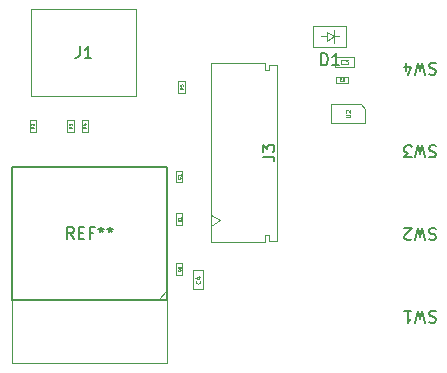
<source format=gbr>
G04 #@! TF.GenerationSoftware,KiCad,Pcbnew,(6.0.10-0)*
G04 #@! TF.CreationDate,2022-12-22T21:19:15-05:00*
G04 #@! TF.ProjectId,rev2,72657632-2e6b-4696-9361-645f70636258,rev?*
G04 #@! TF.SameCoordinates,Original*
G04 #@! TF.FileFunction,AssemblyDrawing,Top*
%FSLAX46Y46*%
G04 Gerber Fmt 4.6, Leading zero omitted, Abs format (unit mm)*
G04 Created by KiCad (PCBNEW (6.0.10-0)) date 2022-12-22 21:19:15*
%MOMM*%
%LPD*%
G01*
G04 APERTURE LIST*
%ADD10C,0.150000*%
%ADD11C,0.040000*%
%ADD12C,0.060000*%
%ADD13C,0.100000*%
%ADD14C,0.120000*%
G04 APERTURE END LIST*
D10*
X221333333Y-51095238D02*
X221190476Y-51047619D01*
X220952380Y-51047619D01*
X220857142Y-51095238D01*
X220809523Y-51142857D01*
X220761904Y-51238095D01*
X220761904Y-51333333D01*
X220809523Y-51428571D01*
X220857142Y-51476190D01*
X220952380Y-51523809D01*
X221142857Y-51571428D01*
X221238095Y-51619047D01*
X221285714Y-51666666D01*
X221333333Y-51761904D01*
X221333333Y-51857142D01*
X221285714Y-51952380D01*
X221238095Y-52000000D01*
X221142857Y-52047619D01*
X220904761Y-52047619D01*
X220761904Y-52000000D01*
X220428571Y-52047619D02*
X220190476Y-51047619D01*
X220000000Y-51761904D01*
X219809523Y-51047619D01*
X219571428Y-52047619D01*
X219285714Y-52047619D02*
X218666666Y-52047619D01*
X219000000Y-51666666D01*
X218857142Y-51666666D01*
X218761904Y-51619047D01*
X218714285Y-51571428D01*
X218666666Y-51476190D01*
X218666666Y-51238095D01*
X218714285Y-51142857D01*
X218761904Y-51095238D01*
X218857142Y-51047619D01*
X219142857Y-51047619D01*
X219238095Y-51095238D01*
X219285714Y-51142857D01*
D11*
X199717619Y-57333333D02*
X199593809Y-57420000D01*
X199717619Y-57481904D02*
X199457619Y-57481904D01*
X199457619Y-57382857D01*
X199470000Y-57358095D01*
X199482380Y-57345714D01*
X199507142Y-57333333D01*
X199544285Y-57333333D01*
X199569047Y-57345714D01*
X199581428Y-57358095D01*
X199593809Y-57382857D01*
X199593809Y-57481904D01*
X199717619Y-57085714D02*
X199717619Y-57234285D01*
X199717619Y-57160000D02*
X199457619Y-57160000D01*
X199494761Y-57184761D01*
X199519523Y-57209523D01*
X199531904Y-57234285D01*
D10*
X190666666Y-58952380D02*
X190333333Y-58476190D01*
X190095238Y-58952380D02*
X190095238Y-57952380D01*
X190476190Y-57952380D01*
X190571428Y-58000000D01*
X190619047Y-58047619D01*
X190666666Y-58142857D01*
X190666666Y-58285714D01*
X190619047Y-58380952D01*
X190571428Y-58428571D01*
X190476190Y-58476190D01*
X190095238Y-58476190D01*
X191095238Y-58428571D02*
X191428571Y-58428571D01*
X191571428Y-58952380D02*
X191095238Y-58952380D01*
X191095238Y-57952380D01*
X191571428Y-57952380D01*
X192333333Y-58428571D02*
X192000000Y-58428571D01*
X192000000Y-58952380D02*
X192000000Y-57952380D01*
X192476190Y-57952380D01*
X193000000Y-57952380D02*
X193000000Y-58190476D01*
X192761904Y-58095238D02*
X193000000Y-58190476D01*
X193238095Y-58095238D01*
X192857142Y-58380952D02*
X193000000Y-58190476D01*
X193142857Y-58380952D01*
X193761904Y-57952380D02*
X193761904Y-58190476D01*
X193523809Y-58095238D02*
X193761904Y-58190476D01*
X194000000Y-58095238D01*
X193619047Y-58380952D02*
X193761904Y-58190476D01*
X193904761Y-58380952D01*
D11*
X190517619Y-49443333D02*
X190393809Y-49530000D01*
X190517619Y-49591904D02*
X190257619Y-49591904D01*
X190257619Y-49492857D01*
X190270000Y-49468095D01*
X190282380Y-49455714D01*
X190307142Y-49443333D01*
X190344285Y-49443333D01*
X190369047Y-49455714D01*
X190381428Y-49468095D01*
X190393809Y-49492857D01*
X190393809Y-49591904D01*
X190257619Y-49356666D02*
X190257619Y-49195714D01*
X190356666Y-49282380D01*
X190356666Y-49245238D01*
X190369047Y-49220476D01*
X190381428Y-49208095D01*
X190406190Y-49195714D01*
X190468095Y-49195714D01*
X190492857Y-49208095D01*
X190505238Y-49220476D01*
X190517619Y-49245238D01*
X190517619Y-49319523D01*
X190505238Y-49344285D01*
X190492857Y-49356666D01*
D10*
X221333333Y-65095238D02*
X221190476Y-65047619D01*
X220952380Y-65047619D01*
X220857142Y-65095238D01*
X220809523Y-65142857D01*
X220761904Y-65238095D01*
X220761904Y-65333333D01*
X220809523Y-65428571D01*
X220857142Y-65476190D01*
X220952380Y-65523809D01*
X221142857Y-65571428D01*
X221238095Y-65619047D01*
X221285714Y-65666666D01*
X221333333Y-65761904D01*
X221333333Y-65857142D01*
X221285714Y-65952380D01*
X221238095Y-66000000D01*
X221142857Y-66047619D01*
X220904761Y-66047619D01*
X220761904Y-66000000D01*
X220428571Y-66047619D02*
X220190476Y-65047619D01*
X220000000Y-65761904D01*
X219809523Y-65047619D01*
X219571428Y-66047619D01*
X218666666Y-65047619D02*
X219238095Y-65047619D01*
X218952380Y-65047619D02*
X218952380Y-66047619D01*
X219047619Y-65904761D01*
X219142857Y-65809523D01*
X219238095Y-65761904D01*
D12*
X201342857Y-62491666D02*
X201361904Y-62510714D01*
X201380952Y-62567857D01*
X201380952Y-62605952D01*
X201361904Y-62663095D01*
X201323809Y-62701190D01*
X201285714Y-62720238D01*
X201209523Y-62739285D01*
X201152380Y-62739285D01*
X201076190Y-62720238D01*
X201038095Y-62701190D01*
X201000000Y-62663095D01*
X200980952Y-62605952D01*
X200980952Y-62567857D01*
X201000000Y-62510714D01*
X201019047Y-62491666D01*
X201114285Y-62148809D02*
X201380952Y-62148809D01*
X200961904Y-62244047D02*
X201247619Y-62339285D01*
X201247619Y-62091666D01*
D11*
X199689285Y-53721666D02*
X199701190Y-53733571D01*
X199713095Y-53769285D01*
X199713095Y-53793095D01*
X199701190Y-53828809D01*
X199677380Y-53852619D01*
X199653571Y-53864523D01*
X199605952Y-53876428D01*
X199570238Y-53876428D01*
X199522619Y-53864523D01*
X199498809Y-53852619D01*
X199475000Y-53828809D01*
X199463095Y-53793095D01*
X199463095Y-53769285D01*
X199475000Y-53733571D01*
X199486904Y-53721666D01*
X199713095Y-53483571D02*
X199713095Y-53626428D01*
X199713095Y-53555000D02*
X199463095Y-53555000D01*
X199498809Y-53578809D01*
X199522619Y-53602619D01*
X199534523Y-53626428D01*
D10*
X211611904Y-44252380D02*
X211611904Y-43252380D01*
X211850000Y-43252380D01*
X211992857Y-43300000D01*
X212088095Y-43395238D01*
X212135714Y-43490476D01*
X212183333Y-43680952D01*
X212183333Y-43823809D01*
X212135714Y-44014285D01*
X212088095Y-44109523D01*
X211992857Y-44204761D01*
X211850000Y-44252380D01*
X211611904Y-44252380D01*
X213135714Y-44252380D02*
X212564285Y-44252380D01*
X212850000Y-44252380D02*
X212850000Y-43252380D01*
X212754761Y-43395238D01*
X212659523Y-43490476D01*
X212564285Y-43538095D01*
X206652380Y-51983333D02*
X207366666Y-51983333D01*
X207509523Y-52030952D01*
X207604761Y-52126190D01*
X207652380Y-52269047D01*
X207652380Y-52364285D01*
X206652380Y-51602380D02*
X206652380Y-50983333D01*
X207033333Y-51316666D01*
X207033333Y-51173809D01*
X207080952Y-51078571D01*
X207128571Y-51030952D01*
X207223809Y-50983333D01*
X207461904Y-50983333D01*
X207557142Y-51030952D01*
X207604761Y-51078571D01*
X207652380Y-51173809D01*
X207652380Y-51459523D01*
X207604761Y-51554761D01*
X207557142Y-51602380D01*
D11*
X199917619Y-46133333D02*
X199793809Y-46220000D01*
X199917619Y-46281904D02*
X199657619Y-46281904D01*
X199657619Y-46182857D01*
X199670000Y-46158095D01*
X199682380Y-46145714D01*
X199707142Y-46133333D01*
X199744285Y-46133333D01*
X199769047Y-46145714D01*
X199781428Y-46158095D01*
X199793809Y-46182857D01*
X199793809Y-46281904D01*
X199657619Y-45898095D02*
X199657619Y-46021904D01*
X199781428Y-46034285D01*
X199769047Y-46021904D01*
X199756666Y-45997142D01*
X199756666Y-45935238D01*
X199769047Y-45910476D01*
X199781428Y-45898095D01*
X199806190Y-45885714D01*
X199868095Y-45885714D01*
X199892857Y-45898095D01*
X199905238Y-45910476D01*
X199917619Y-45935238D01*
X199917619Y-45997142D01*
X199905238Y-46021904D01*
X199892857Y-46034285D01*
X199689285Y-61561666D02*
X199701190Y-61573571D01*
X199713095Y-61609285D01*
X199713095Y-61633095D01*
X199701190Y-61668809D01*
X199677380Y-61692619D01*
X199653571Y-61704523D01*
X199605952Y-61716428D01*
X199570238Y-61716428D01*
X199522619Y-61704523D01*
X199498809Y-61692619D01*
X199475000Y-61668809D01*
X199463095Y-61633095D01*
X199463095Y-61609285D01*
X199475000Y-61573571D01*
X199486904Y-61561666D01*
X199463095Y-61335476D02*
X199463095Y-61454523D01*
X199582142Y-61466428D01*
X199570238Y-61454523D01*
X199558333Y-61430714D01*
X199558333Y-61371190D01*
X199570238Y-61347380D01*
X199582142Y-61335476D01*
X199605952Y-61323571D01*
X199665476Y-61323571D01*
X199689285Y-61335476D01*
X199701190Y-61347380D01*
X199713095Y-61371190D01*
X199713095Y-61430714D01*
X199701190Y-61454523D01*
X199689285Y-61466428D01*
X213328333Y-45589285D02*
X213316428Y-45601190D01*
X213280714Y-45613095D01*
X213256904Y-45613095D01*
X213221190Y-45601190D01*
X213197380Y-45577380D01*
X213185476Y-45553571D01*
X213173571Y-45505952D01*
X213173571Y-45470238D01*
X213185476Y-45422619D01*
X213197380Y-45398809D01*
X213221190Y-45375000D01*
X213256904Y-45363095D01*
X213280714Y-45363095D01*
X213316428Y-45375000D01*
X213328333Y-45386904D01*
X213423571Y-45386904D02*
X213435476Y-45375000D01*
X213459285Y-45363095D01*
X213518809Y-45363095D01*
X213542619Y-45375000D01*
X213554523Y-45386904D01*
X213566428Y-45410714D01*
X213566428Y-45434523D01*
X213554523Y-45470238D01*
X213411666Y-45613095D01*
X213566428Y-45613095D01*
X187317619Y-49443333D02*
X187193809Y-49530000D01*
X187317619Y-49591904D02*
X187057619Y-49591904D01*
X187057619Y-49492857D01*
X187070000Y-49468095D01*
X187082380Y-49455714D01*
X187107142Y-49443333D01*
X187144285Y-49443333D01*
X187169047Y-49455714D01*
X187181428Y-49468095D01*
X187193809Y-49492857D01*
X187193809Y-49591904D01*
X187082380Y-49344285D02*
X187070000Y-49331904D01*
X187057619Y-49307142D01*
X187057619Y-49245238D01*
X187070000Y-49220476D01*
X187082380Y-49208095D01*
X187107142Y-49195714D01*
X187131904Y-49195714D01*
X187169047Y-49208095D01*
X187317619Y-49356666D01*
X187317619Y-49195714D01*
D10*
X221333333Y-44095238D02*
X221190476Y-44047619D01*
X220952380Y-44047619D01*
X220857142Y-44095238D01*
X220809523Y-44142857D01*
X220761904Y-44238095D01*
X220761904Y-44333333D01*
X220809523Y-44428571D01*
X220857142Y-44476190D01*
X220952380Y-44523809D01*
X221142857Y-44571428D01*
X221238095Y-44619047D01*
X221285714Y-44666666D01*
X221333333Y-44761904D01*
X221333333Y-44857142D01*
X221285714Y-44952380D01*
X221238095Y-45000000D01*
X221142857Y-45047619D01*
X220904761Y-45047619D01*
X220761904Y-45000000D01*
X220428571Y-45047619D02*
X220190476Y-44047619D01*
X220000000Y-44761904D01*
X219809523Y-44047619D01*
X219571428Y-45047619D01*
X218761904Y-44714285D02*
X218761904Y-44047619D01*
X219000000Y-45095238D02*
X219238095Y-44380952D01*
X218619047Y-44380952D01*
D12*
X213680952Y-48667261D02*
X214004761Y-48667261D01*
X214042857Y-48648214D01*
X214061904Y-48629166D01*
X214080952Y-48591071D01*
X214080952Y-48514880D01*
X214061904Y-48476785D01*
X214042857Y-48457738D01*
X214004761Y-48438690D01*
X213680952Y-48438690D01*
X213719047Y-48267261D02*
X213700000Y-48248214D01*
X213680952Y-48210119D01*
X213680952Y-48114880D01*
X213700000Y-48076785D01*
X213719047Y-48057738D01*
X213757142Y-48038690D01*
X213795238Y-48038690D01*
X213852380Y-48057738D01*
X214080952Y-48286309D01*
X214080952Y-48038690D01*
D11*
X191717619Y-49443333D02*
X191593809Y-49530000D01*
X191717619Y-49591904D02*
X191457619Y-49591904D01*
X191457619Y-49492857D01*
X191470000Y-49468095D01*
X191482380Y-49455714D01*
X191507142Y-49443333D01*
X191544285Y-49443333D01*
X191569047Y-49455714D01*
X191581428Y-49468095D01*
X191593809Y-49492857D01*
X191593809Y-49591904D01*
X191544285Y-49220476D02*
X191717619Y-49220476D01*
X191445238Y-49282380D02*
X191630952Y-49344285D01*
X191630952Y-49183333D01*
D10*
X221333333Y-58095238D02*
X221190476Y-58047619D01*
X220952380Y-58047619D01*
X220857142Y-58095238D01*
X220809523Y-58142857D01*
X220761904Y-58238095D01*
X220761904Y-58333333D01*
X220809523Y-58428571D01*
X220857142Y-58476190D01*
X220952380Y-58523809D01*
X221142857Y-58571428D01*
X221238095Y-58619047D01*
X221285714Y-58666666D01*
X221333333Y-58761904D01*
X221333333Y-58857142D01*
X221285714Y-58952380D01*
X221238095Y-59000000D01*
X221142857Y-59047619D01*
X220904761Y-59047619D01*
X220761904Y-59000000D01*
X220428571Y-59047619D02*
X220190476Y-58047619D01*
X220000000Y-58761904D01*
X219809523Y-58047619D01*
X219571428Y-59047619D01*
X219238095Y-58952380D02*
X219190476Y-59000000D01*
X219095238Y-59047619D01*
X218857142Y-59047619D01*
X218761904Y-59000000D01*
X218714285Y-58952380D01*
X218666666Y-58857142D01*
X218666666Y-58761904D01*
X218714285Y-58619047D01*
X219285714Y-58047619D01*
X218666666Y-58047619D01*
D12*
X213508333Y-44142857D02*
X213489285Y-44161904D01*
X213432142Y-44180952D01*
X213394047Y-44180952D01*
X213336904Y-44161904D01*
X213298809Y-44123809D01*
X213279761Y-44085714D01*
X213260714Y-44009523D01*
X213260714Y-43952380D01*
X213279761Y-43876190D01*
X213298809Y-43838095D01*
X213336904Y-43800000D01*
X213394047Y-43780952D01*
X213432142Y-43780952D01*
X213489285Y-43800000D01*
X213508333Y-43819047D01*
X213641666Y-43780952D02*
X213889285Y-43780952D01*
X213755952Y-43933333D01*
X213813095Y-43933333D01*
X213851190Y-43952380D01*
X213870238Y-43971428D01*
X213889285Y-44009523D01*
X213889285Y-44104761D01*
X213870238Y-44142857D01*
X213851190Y-44161904D01*
X213813095Y-44180952D01*
X213698809Y-44180952D01*
X213660714Y-44161904D01*
X213641666Y-44142857D01*
D10*
X191166666Y-42647380D02*
X191166666Y-43361666D01*
X191119047Y-43504523D01*
X191023809Y-43599761D01*
X190880952Y-43647380D01*
X190785714Y-43647380D01*
X192166666Y-43647380D02*
X191595238Y-43647380D01*
X191880952Y-43647380D02*
X191880952Y-42647380D01*
X191785714Y-42790238D01*
X191690476Y-42885476D01*
X191595238Y-42933095D01*
D13*
X199330000Y-57815000D02*
X199330000Y-56765000D01*
X199870000Y-57815000D02*
X199330000Y-57815000D01*
X199330000Y-56765000D02*
X199870000Y-56765000D01*
X199870000Y-56765000D02*
X199870000Y-57815000D01*
D14*
X185400000Y-64100000D02*
X185400000Y-69500000D01*
X185400000Y-69500000D02*
X198600000Y-69500000D01*
X198600000Y-64100000D02*
X198600000Y-69500000D01*
D10*
X185400000Y-64100000D02*
X198600000Y-64100000D01*
X198600000Y-52900000D02*
X185400000Y-52900000D01*
X185400000Y-52900000D02*
X185400000Y-64100000D01*
D14*
X197800000Y-64100000D02*
X198600000Y-63300000D01*
D10*
X198600000Y-64100000D02*
X198600000Y-52900000D01*
D13*
X190670000Y-48875000D02*
X190670000Y-49925000D01*
X190130000Y-49925000D02*
X190130000Y-48875000D01*
X190670000Y-49925000D02*
X190130000Y-49925000D01*
X190130000Y-48875000D02*
X190670000Y-48875000D01*
X200800000Y-61625000D02*
X201600000Y-61625000D01*
X200800000Y-63225000D02*
X200800000Y-61625000D01*
X201600000Y-61625000D02*
X201600000Y-63225000D01*
X201600000Y-63225000D02*
X200800000Y-63225000D01*
X199850000Y-54180000D02*
X199350000Y-54180000D01*
X199350000Y-54180000D02*
X199350000Y-53180000D01*
X199850000Y-53180000D02*
X199850000Y-54180000D01*
X199350000Y-53180000D02*
X199850000Y-53180000D01*
X212100000Y-42200000D02*
X212100000Y-41400000D01*
X212700000Y-41800000D02*
X212700000Y-41250000D01*
X213100000Y-41800000D02*
X212700000Y-41800000D01*
X212100000Y-41800000D02*
X211600000Y-41800000D01*
X212700000Y-41800000D02*
X212100000Y-42200000D01*
X210950000Y-40900000D02*
X213750000Y-40900000D01*
X212100000Y-41400000D02*
X212700000Y-41800000D01*
X210950000Y-42700000D02*
X210950000Y-40900000D01*
X213750000Y-40900000D02*
X213750000Y-42700000D01*
X213750000Y-42700000D02*
X210950000Y-42700000D01*
X212700000Y-41800000D02*
X212700000Y-42350000D01*
X206900000Y-58600000D02*
X207200000Y-58600000D01*
X207900000Y-59100000D02*
X207900000Y-51650000D01*
X206900000Y-44700000D02*
X207200000Y-44700000D01*
X207200000Y-44200000D02*
X207900000Y-44200000D01*
X207900000Y-44200000D02*
X207900000Y-51650000D01*
X202300000Y-59200000D02*
X206900000Y-59200000D01*
X206900000Y-59200000D02*
X206900000Y-58600000D01*
X206900000Y-44100000D02*
X206900000Y-44700000D01*
X202300000Y-57900000D02*
X203007107Y-57400000D01*
X202300000Y-51650000D02*
X202300000Y-44100000D01*
X207200000Y-44700000D02*
X207200000Y-44200000D01*
X202300000Y-51650000D02*
X202300000Y-59200000D01*
X202300000Y-44100000D02*
X206900000Y-44100000D01*
X207200000Y-58600000D02*
X207200000Y-59100000D01*
X203007107Y-57400000D02*
X202300000Y-56900000D01*
X207200000Y-59100000D02*
X207900000Y-59100000D01*
X200070000Y-45565000D02*
X200070000Y-46615000D01*
X200070000Y-46615000D02*
X199530000Y-46615000D01*
X199530000Y-45565000D02*
X200070000Y-45565000D01*
X199530000Y-46615000D02*
X199530000Y-45565000D01*
X199350000Y-62020000D02*
X199350000Y-61020000D01*
X199350000Y-61020000D02*
X199850000Y-61020000D01*
X199850000Y-62020000D02*
X199350000Y-62020000D01*
X199850000Y-61020000D02*
X199850000Y-62020000D01*
X213870000Y-45750000D02*
X212870000Y-45750000D01*
X212870000Y-45750000D02*
X212870000Y-45250000D01*
X213870000Y-45250000D02*
X213870000Y-45750000D01*
X212870000Y-45250000D02*
X213870000Y-45250000D01*
X186930000Y-49925000D02*
X186930000Y-48875000D01*
X186930000Y-48875000D02*
X187470000Y-48875000D01*
X187470000Y-49925000D02*
X186930000Y-49925000D01*
X187470000Y-48875000D02*
X187470000Y-49925000D01*
X212450000Y-47562500D02*
X214950000Y-47562500D01*
X214950000Y-47562500D02*
X215350000Y-47962500D01*
X215350000Y-49162500D02*
X212450000Y-49162500D01*
X212450000Y-49162500D02*
X212450000Y-47562500D01*
X215350000Y-47962500D02*
X215350000Y-49162500D01*
X191870000Y-48875000D02*
X191870000Y-49925000D01*
X191330000Y-48875000D02*
X191870000Y-48875000D01*
X191870000Y-49925000D02*
X191330000Y-49925000D01*
X191330000Y-49925000D02*
X191330000Y-48875000D01*
X212775000Y-43600000D02*
X214375000Y-43600000D01*
X214375000Y-44400000D02*
X212775000Y-44400000D01*
X214375000Y-43600000D02*
X214375000Y-44400000D01*
X212775000Y-44400000D02*
X212775000Y-43600000D01*
X187030000Y-46855000D02*
X187030000Y-39535000D01*
X187030000Y-39535000D02*
X195970000Y-39535000D01*
X195970000Y-46855000D02*
X195970000Y-39535000D01*
X195970000Y-46855000D02*
X187030000Y-46855000D01*
M02*

</source>
